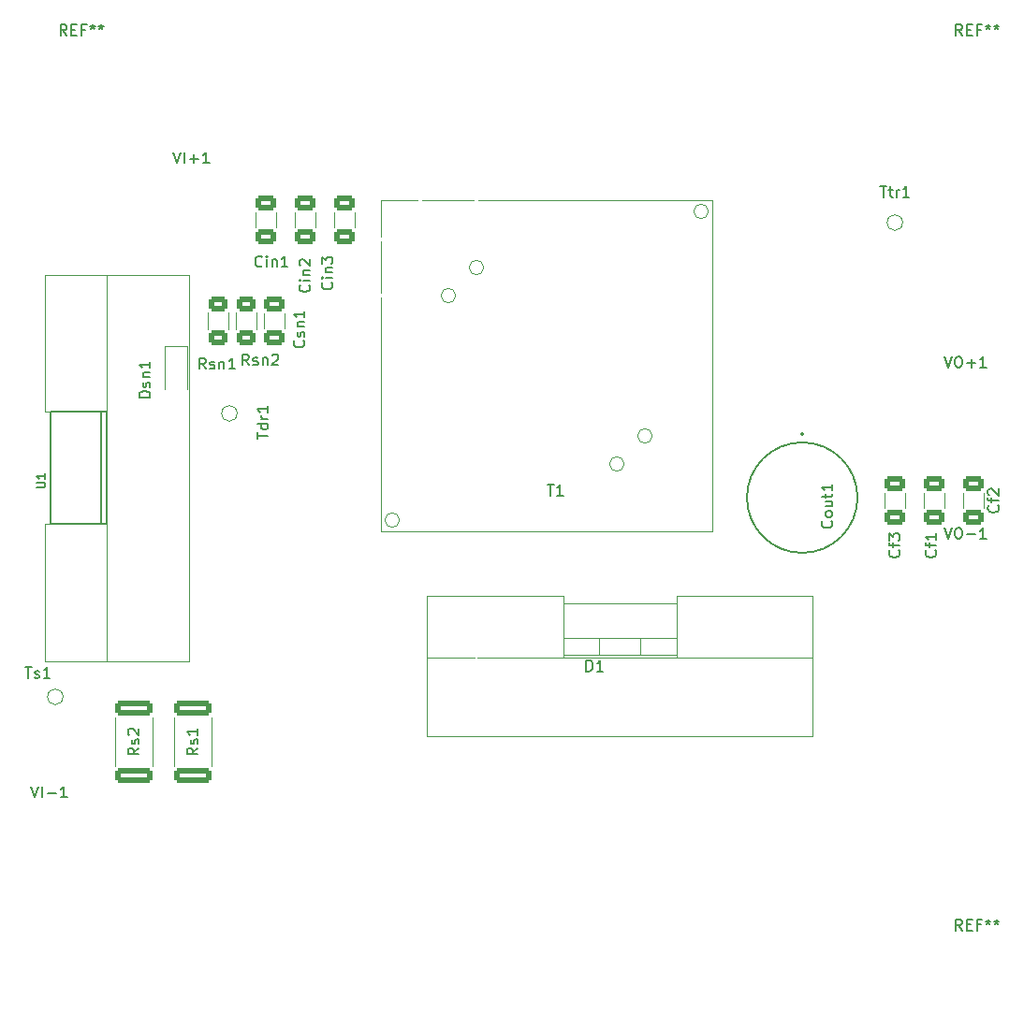
<source format=gto>
G04 #@! TF.GenerationSoftware,KiCad,Pcbnew,(6.0.11)*
G04 #@! TF.CreationDate,2023-06-15T16:04:14+03:00*
G04 #@! TF.ProjectId,flyback_48V_48W,666c7962-6163-46b5-9f34-38565f343857,rev?*
G04 #@! TF.SameCoordinates,Original*
G04 #@! TF.FileFunction,Legend,Top*
G04 #@! TF.FilePolarity,Positive*
%FSLAX46Y46*%
G04 Gerber Fmt 4.6, Leading zero omitted, Abs format (unit mm)*
G04 Created by KiCad (PCBNEW (6.0.11)) date 2023-06-15 16:04:14*
%MOMM*%
%LPD*%
G01*
G04 APERTURE LIST*
G04 Aperture macros list*
%AMRoundRect*
0 Rectangle with rounded corners*
0 $1 Rounding radius*
0 $2 $3 $4 $5 $6 $7 $8 $9 X,Y pos of 4 corners*
0 Add a 4 corners polygon primitive as box body*
4,1,4,$2,$3,$4,$5,$6,$7,$8,$9,$2,$3,0*
0 Add four circle primitives for the rounded corners*
1,1,$1+$1,$2,$3*
1,1,$1+$1,$4,$5*
1,1,$1+$1,$6,$7*
1,1,$1+$1,$8,$9*
0 Add four rect primitives between the rounded corners*
20,1,$1+$1,$2,$3,$4,$5,0*
20,1,$1+$1,$4,$5,$6,$7,0*
20,1,$1+$1,$6,$7,$8,$9,0*
20,1,$1+$1,$8,$9,$2,$3,0*%
G04 Aperture macros list end*
%ADD10C,0.150000*%
%ADD11C,0.120000*%
%ADD12C,0.127000*%
%ADD13C,0.200000*%
%ADD14R,2.000000X2.000000*%
%ADD15O,2.000000X2.000000*%
%ADD16C,7.500000*%
%ADD17C,4.700000*%
%ADD18O,3.048000X1.524000*%
%ADD19C,4.300000*%
%ADD20RoundRect,0.250000X-0.625000X0.400000X-0.625000X-0.400000X0.625000X-0.400000X0.625000X0.400000X0*%
%ADD21RoundRect,0.249999X-1.425001X0.450001X-1.425001X-0.450001X1.425001X-0.450001X1.425001X0.450001X0*%
%ADD22R,1.200000X1.200000*%
%ADD23C,1.200000*%
%ADD24R,1.200000X0.900000*%
%ADD25RoundRect,0.250000X-0.650000X0.412500X-0.650000X-0.412500X0.650000X-0.412500X0.650000X0.412500X0*%
%ADD26C,2.000000*%
%ADD27C,1.000000*%
G04 APERTURE END LIST*
D10*
X151661904Y-77692880D02*
X151661904Y-76692880D01*
X151900000Y-76692880D01*
X152042857Y-76740500D01*
X152138095Y-76835738D01*
X152185714Y-76930976D01*
X152233333Y-77121452D01*
X152233333Y-77264309D01*
X152185714Y-77454785D01*
X152138095Y-77550023D01*
X152042857Y-77645261D01*
X151900000Y-77692880D01*
X151661904Y-77692880D01*
X153185714Y-77692880D02*
X152614285Y-77692880D01*
X152900000Y-77692880D02*
X152900000Y-76692880D01*
X152804761Y-76835738D01*
X152709523Y-76930976D01*
X152614285Y-76978595D01*
X101457333Y-88098380D02*
X101790666Y-89098380D01*
X102124000Y-88098380D01*
X102457333Y-89098380D02*
X102457333Y-88098380D01*
X102933523Y-88717428D02*
X103695428Y-88717428D01*
X104695428Y-89098380D02*
X104124000Y-89098380D01*
X104409714Y-89098380D02*
X104409714Y-88098380D01*
X104314476Y-88241238D01*
X104219238Y-88336476D01*
X104124000Y-88384095D01*
X101930803Y-61051925D02*
X102568224Y-61051925D01*
X102643215Y-61014430D01*
X102680710Y-60976934D01*
X102718205Y-60901944D01*
X102718205Y-60751962D01*
X102680710Y-60676972D01*
X102643215Y-60639476D01*
X102568224Y-60601981D01*
X101930803Y-60601981D01*
X102718205Y-59814579D02*
X102718205Y-60264523D01*
X102718205Y-60039551D02*
X101930803Y-60039551D01*
X102043289Y-60114542D01*
X102118280Y-60189532D01*
X102155775Y-60264523D01*
X185666666Y-101152380D02*
X185333333Y-100676190D01*
X185095238Y-101152380D02*
X185095238Y-100152380D01*
X185476190Y-100152380D01*
X185571428Y-100200000D01*
X185619047Y-100247619D01*
X185666666Y-100342857D01*
X185666666Y-100485714D01*
X185619047Y-100580952D01*
X185571428Y-100628571D01*
X185476190Y-100676190D01*
X185095238Y-100676190D01*
X186095238Y-100628571D02*
X186428571Y-100628571D01*
X186571428Y-101152380D02*
X186095238Y-101152380D01*
X186095238Y-100152380D01*
X186571428Y-100152380D01*
X187333333Y-100628571D02*
X187000000Y-100628571D01*
X187000000Y-101152380D02*
X187000000Y-100152380D01*
X187476190Y-100152380D01*
X188000000Y-100152380D02*
X188000000Y-100390476D01*
X187761904Y-100295238D02*
X188000000Y-100390476D01*
X188238095Y-100295238D01*
X187857142Y-100580952D02*
X188000000Y-100390476D01*
X188142857Y-100580952D01*
X188761904Y-100152380D02*
X188761904Y-100390476D01*
X188523809Y-100295238D02*
X188761904Y-100390476D01*
X189000000Y-100295238D01*
X188619047Y-100580952D02*
X188761904Y-100390476D01*
X188904761Y-100580952D01*
X121150190Y-49982380D02*
X120816857Y-49506190D01*
X120578761Y-49982380D02*
X120578761Y-48982380D01*
X120959714Y-48982380D01*
X121054952Y-49030000D01*
X121102571Y-49077619D01*
X121150190Y-49172857D01*
X121150190Y-49315714D01*
X121102571Y-49410952D01*
X121054952Y-49458571D01*
X120959714Y-49506190D01*
X120578761Y-49506190D01*
X121531142Y-49934761D02*
X121626380Y-49982380D01*
X121816857Y-49982380D01*
X121912095Y-49934761D01*
X121959714Y-49839523D01*
X121959714Y-49791904D01*
X121912095Y-49696666D01*
X121816857Y-49649047D01*
X121674000Y-49649047D01*
X121578761Y-49601428D01*
X121531142Y-49506190D01*
X121531142Y-49458571D01*
X121578761Y-49363333D01*
X121674000Y-49315714D01*
X121816857Y-49315714D01*
X121912095Y-49363333D01*
X122388285Y-49315714D02*
X122388285Y-49982380D01*
X122388285Y-49410952D02*
X122435904Y-49363333D01*
X122531142Y-49315714D01*
X122674000Y-49315714D01*
X122769238Y-49363333D01*
X122816857Y-49458571D01*
X122816857Y-49982380D01*
X123245428Y-49077619D02*
X123293047Y-49030000D01*
X123388285Y-48982380D01*
X123626380Y-48982380D01*
X123721619Y-49030000D01*
X123769238Y-49077619D01*
X123816857Y-49172857D01*
X123816857Y-49268095D01*
X123769238Y-49410952D01*
X123197809Y-49982380D01*
X123816857Y-49982380D01*
X184047619Y-49202380D02*
X184380952Y-50202380D01*
X184714285Y-49202380D01*
X185238095Y-49202380D02*
X185428571Y-49202380D01*
X185523809Y-49250000D01*
X185619047Y-49345238D01*
X185666666Y-49535714D01*
X185666666Y-49869047D01*
X185619047Y-50059523D01*
X185523809Y-50154761D01*
X185428571Y-50202380D01*
X185238095Y-50202380D01*
X185142857Y-50154761D01*
X185047619Y-50059523D01*
X185000000Y-49869047D01*
X185000000Y-49535714D01*
X185047619Y-49345238D01*
X185142857Y-49250000D01*
X185238095Y-49202380D01*
X186095238Y-49821428D02*
X186857142Y-49821428D01*
X186476190Y-50202380D02*
X186476190Y-49440476D01*
X187857142Y-50202380D02*
X187285714Y-50202380D01*
X187571428Y-50202380D02*
X187571428Y-49202380D01*
X187476190Y-49345238D01*
X187380952Y-49440476D01*
X187285714Y-49488095D01*
X116530380Y-84645428D02*
X116054190Y-84978761D01*
X116530380Y-85216857D02*
X115530380Y-85216857D01*
X115530380Y-84835904D01*
X115578000Y-84740666D01*
X115625619Y-84693047D01*
X115720857Y-84645428D01*
X115863714Y-84645428D01*
X115958952Y-84693047D01*
X116006571Y-84740666D01*
X116054190Y-84835904D01*
X116054190Y-85216857D01*
X116482761Y-84264476D02*
X116530380Y-84169238D01*
X116530380Y-83978761D01*
X116482761Y-83883523D01*
X116387523Y-83835904D01*
X116339904Y-83835904D01*
X116244666Y-83883523D01*
X116197047Y-83978761D01*
X116197047Y-84121619D01*
X116149428Y-84216857D01*
X116054190Y-84264476D01*
X116006571Y-84264476D01*
X115911333Y-84216857D01*
X115863714Y-84121619D01*
X115863714Y-83978761D01*
X115911333Y-83883523D01*
X116530380Y-82883523D02*
X116530380Y-83454952D01*
X116530380Y-83169238D02*
X115530380Y-83169238D01*
X115673238Y-83264476D01*
X115768476Y-83359714D01*
X115816095Y-83454952D01*
X117242190Y-50326380D02*
X116908857Y-49850190D01*
X116670761Y-50326380D02*
X116670761Y-49326380D01*
X117051714Y-49326380D01*
X117146952Y-49374000D01*
X117194571Y-49421619D01*
X117242190Y-49516857D01*
X117242190Y-49659714D01*
X117194571Y-49754952D01*
X117146952Y-49802571D01*
X117051714Y-49850190D01*
X116670761Y-49850190D01*
X117623142Y-50278761D02*
X117718380Y-50326380D01*
X117908857Y-50326380D01*
X118004095Y-50278761D01*
X118051714Y-50183523D01*
X118051714Y-50135904D01*
X118004095Y-50040666D01*
X117908857Y-49993047D01*
X117766000Y-49993047D01*
X117670761Y-49945428D01*
X117623142Y-49850190D01*
X117623142Y-49802571D01*
X117670761Y-49707333D01*
X117766000Y-49659714D01*
X117908857Y-49659714D01*
X118004095Y-49707333D01*
X118480285Y-49659714D02*
X118480285Y-50326380D01*
X118480285Y-49754952D02*
X118527904Y-49707333D01*
X118623142Y-49659714D01*
X118766000Y-49659714D01*
X118861238Y-49707333D01*
X118908857Y-49802571D01*
X118908857Y-50326380D01*
X119908857Y-50326380D02*
X119337428Y-50326380D01*
X119623142Y-50326380D02*
X119623142Y-49326380D01*
X119527904Y-49469238D01*
X119432666Y-49564476D01*
X119337428Y-49612095D01*
X185666666Y-20152380D02*
X185333333Y-19676190D01*
X185095238Y-20152380D02*
X185095238Y-19152380D01*
X185476190Y-19152380D01*
X185571428Y-19200000D01*
X185619047Y-19247619D01*
X185666666Y-19342857D01*
X185666666Y-19485714D01*
X185619047Y-19580952D01*
X185571428Y-19628571D01*
X185476190Y-19676190D01*
X185095238Y-19676190D01*
X186095238Y-19628571D02*
X186428571Y-19628571D01*
X186571428Y-20152380D02*
X186095238Y-20152380D01*
X186095238Y-19152380D01*
X186571428Y-19152380D01*
X187333333Y-19628571D02*
X187000000Y-19628571D01*
X187000000Y-20152380D02*
X187000000Y-19152380D01*
X187476190Y-19152380D01*
X188000000Y-19152380D02*
X188000000Y-19390476D01*
X187761904Y-19295238D02*
X188000000Y-19390476D01*
X188238095Y-19295238D01*
X187857142Y-19580952D02*
X188000000Y-19390476D01*
X188142857Y-19580952D01*
X188761904Y-19152380D02*
X188761904Y-19390476D01*
X188523809Y-19295238D02*
X188761904Y-19390476D01*
X189000000Y-19295238D01*
X188619047Y-19580952D02*
X188761904Y-19390476D01*
X188904761Y-19580952D01*
X173839142Y-64095142D02*
X173886761Y-64142761D01*
X173934380Y-64285619D01*
X173934380Y-64380857D01*
X173886761Y-64523714D01*
X173791523Y-64618952D01*
X173696285Y-64666571D01*
X173505809Y-64714190D01*
X173362952Y-64714190D01*
X173172476Y-64666571D01*
X173077238Y-64618952D01*
X172982000Y-64523714D01*
X172934380Y-64380857D01*
X172934380Y-64285619D01*
X172982000Y-64142761D01*
X173029619Y-64095142D01*
X173934380Y-63523714D02*
X173886761Y-63618952D01*
X173839142Y-63666571D01*
X173743904Y-63714190D01*
X173458190Y-63714190D01*
X173362952Y-63666571D01*
X173315333Y-63618952D01*
X173267714Y-63523714D01*
X173267714Y-63380857D01*
X173315333Y-63285619D01*
X173362952Y-63238000D01*
X173458190Y-63190380D01*
X173743904Y-63190380D01*
X173839142Y-63238000D01*
X173886761Y-63285619D01*
X173934380Y-63380857D01*
X173934380Y-63523714D01*
X173267714Y-62333238D02*
X173934380Y-62333238D01*
X173267714Y-62761809D02*
X173791523Y-62761809D01*
X173886761Y-62714190D01*
X173934380Y-62618952D01*
X173934380Y-62476095D01*
X173886761Y-62380857D01*
X173839142Y-62333238D01*
X173267714Y-61999904D02*
X173267714Y-61618952D01*
X172934380Y-61857047D02*
X173791523Y-61857047D01*
X173886761Y-61809428D01*
X173934380Y-61714190D01*
X173934380Y-61618952D01*
X173934380Y-60761809D02*
X173934380Y-61333238D01*
X173934380Y-61047523D02*
X172934380Y-61047523D01*
X173077238Y-61142761D01*
X173172476Y-61238000D01*
X173220095Y-61333238D01*
X112212380Y-52903238D02*
X111212380Y-52903238D01*
X111212380Y-52665142D01*
X111260000Y-52522285D01*
X111355238Y-52427047D01*
X111450476Y-52379428D01*
X111640952Y-52331809D01*
X111783809Y-52331809D01*
X111974285Y-52379428D01*
X112069523Y-52427047D01*
X112164761Y-52522285D01*
X112212380Y-52665142D01*
X112212380Y-52903238D01*
X112164761Y-51950857D02*
X112212380Y-51855619D01*
X112212380Y-51665142D01*
X112164761Y-51569904D01*
X112069523Y-51522285D01*
X112021904Y-51522285D01*
X111926666Y-51569904D01*
X111879047Y-51665142D01*
X111879047Y-51808000D01*
X111831428Y-51903238D01*
X111736190Y-51950857D01*
X111688571Y-51950857D01*
X111593333Y-51903238D01*
X111545714Y-51808000D01*
X111545714Y-51665142D01*
X111593333Y-51569904D01*
X111545714Y-51093714D02*
X112212380Y-51093714D01*
X111640952Y-51093714D02*
X111593333Y-51046095D01*
X111545714Y-50950857D01*
X111545714Y-50808000D01*
X111593333Y-50712761D01*
X111688571Y-50665142D01*
X112212380Y-50665142D01*
X112212380Y-49665142D02*
X112212380Y-50236571D01*
X112212380Y-49950857D02*
X111212380Y-49950857D01*
X111355238Y-50046095D01*
X111450476Y-50141333D01*
X111498095Y-50236571D01*
X126087142Y-47759809D02*
X126134761Y-47807428D01*
X126182380Y-47950285D01*
X126182380Y-48045523D01*
X126134761Y-48188380D01*
X126039523Y-48283619D01*
X125944285Y-48331238D01*
X125753809Y-48378857D01*
X125610952Y-48378857D01*
X125420476Y-48331238D01*
X125325238Y-48283619D01*
X125230000Y-48188380D01*
X125182380Y-48045523D01*
X125182380Y-47950285D01*
X125230000Y-47807428D01*
X125277619Y-47759809D01*
X126134761Y-47378857D02*
X126182380Y-47283619D01*
X126182380Y-47093142D01*
X126134761Y-46997904D01*
X126039523Y-46950285D01*
X125991904Y-46950285D01*
X125896666Y-46997904D01*
X125849047Y-47093142D01*
X125849047Y-47236000D01*
X125801428Y-47331238D01*
X125706190Y-47378857D01*
X125658571Y-47378857D01*
X125563333Y-47331238D01*
X125515714Y-47236000D01*
X125515714Y-47093142D01*
X125563333Y-46997904D01*
X125515714Y-46521714D02*
X126182380Y-46521714D01*
X125610952Y-46521714D02*
X125563333Y-46474095D01*
X125515714Y-46378857D01*
X125515714Y-46236000D01*
X125563333Y-46140761D01*
X125658571Y-46093142D01*
X126182380Y-46093142D01*
X126182380Y-45093142D02*
X126182380Y-45664571D01*
X126182380Y-45378857D02*
X125182380Y-45378857D01*
X125325238Y-45474095D01*
X125420476Y-45569333D01*
X125468095Y-45664571D01*
X104666666Y-106452380D02*
X104333333Y-105976190D01*
X104095238Y-106452380D02*
X104095238Y-105452380D01*
X104476190Y-105452380D01*
X104571428Y-105500000D01*
X104619047Y-105547619D01*
X104666666Y-105642857D01*
X104666666Y-105785714D01*
X104619047Y-105880952D01*
X104571428Y-105928571D01*
X104476190Y-105976190D01*
X104095238Y-105976190D01*
X105095238Y-105928571D02*
X105428571Y-105928571D01*
X105571428Y-106452380D02*
X105095238Y-106452380D01*
X105095238Y-105452380D01*
X105571428Y-105452380D01*
X106333333Y-105928571D02*
X106000000Y-105928571D01*
X106000000Y-106452380D02*
X106000000Y-105452380D01*
X106476190Y-105452380D01*
X107000000Y-105452380D02*
X107000000Y-105690476D01*
X106761904Y-105595238D02*
X107000000Y-105690476D01*
X107238095Y-105595238D01*
X106857142Y-105880952D02*
X107000000Y-105690476D01*
X107142857Y-105880952D01*
X107761904Y-105452380D02*
X107761904Y-105690476D01*
X107523809Y-105595238D02*
X107761904Y-105690476D01*
X108000000Y-105595238D01*
X107619047Y-105880952D02*
X107761904Y-105690476D01*
X107904761Y-105880952D01*
X104666666Y-20152380D02*
X104333333Y-19676190D01*
X104095238Y-20152380D02*
X104095238Y-19152380D01*
X104476190Y-19152380D01*
X104571428Y-19200000D01*
X104619047Y-19247619D01*
X104666666Y-19342857D01*
X104666666Y-19485714D01*
X104619047Y-19580952D01*
X104571428Y-19628571D01*
X104476190Y-19676190D01*
X104095238Y-19676190D01*
X105095238Y-19628571D02*
X105428571Y-19628571D01*
X105571428Y-20152380D02*
X105095238Y-20152380D01*
X105095238Y-19152380D01*
X105571428Y-19152380D01*
X106333333Y-19628571D02*
X106000000Y-19628571D01*
X106000000Y-20152380D02*
X106000000Y-19152380D01*
X106476190Y-19152380D01*
X107000000Y-19152380D02*
X107000000Y-19390476D01*
X106761904Y-19295238D02*
X107000000Y-19390476D01*
X107238095Y-19295238D01*
X106857142Y-19580952D02*
X107000000Y-19390476D01*
X107142857Y-19580952D01*
X107761904Y-19152380D02*
X107761904Y-19390476D01*
X107523809Y-19295238D02*
X107761904Y-19390476D01*
X108000000Y-19295238D01*
X107619047Y-19580952D02*
X107761904Y-19390476D01*
X107904761Y-19580952D01*
X148148095Y-60802380D02*
X148719523Y-60802380D01*
X148433809Y-61802380D02*
X148433809Y-60802380D01*
X149576666Y-61802380D02*
X149005238Y-61802380D01*
X149290952Y-61802380D02*
X149290952Y-60802380D01*
X149195714Y-60945238D01*
X149100476Y-61040476D01*
X149005238Y-61088095D01*
X126595142Y-42728642D02*
X126642761Y-42776261D01*
X126690380Y-42919119D01*
X126690380Y-43014357D01*
X126642761Y-43157214D01*
X126547523Y-43252452D01*
X126452285Y-43300071D01*
X126261809Y-43347690D01*
X126118952Y-43347690D01*
X125928476Y-43300071D01*
X125833238Y-43252452D01*
X125738000Y-43157214D01*
X125690380Y-43014357D01*
X125690380Y-42919119D01*
X125738000Y-42776261D01*
X125785619Y-42728642D01*
X126690380Y-42300071D02*
X126023714Y-42300071D01*
X125690380Y-42300071D02*
X125738000Y-42347690D01*
X125785619Y-42300071D01*
X125738000Y-42252452D01*
X125690380Y-42300071D01*
X125785619Y-42300071D01*
X126023714Y-41823880D02*
X126690380Y-41823880D01*
X126118952Y-41823880D02*
X126071333Y-41776261D01*
X126023714Y-41681023D01*
X126023714Y-41538166D01*
X126071333Y-41442928D01*
X126166571Y-41395309D01*
X126690380Y-41395309D01*
X125785619Y-40966738D02*
X125738000Y-40919119D01*
X125690380Y-40823880D01*
X125690380Y-40585785D01*
X125738000Y-40490547D01*
X125785619Y-40442928D01*
X125880857Y-40395309D01*
X125976095Y-40395309D01*
X126118952Y-40442928D01*
X126690380Y-41014357D01*
X126690380Y-40395309D01*
X188897142Y-62682380D02*
X188944761Y-62730000D01*
X188992380Y-62872857D01*
X188992380Y-62968095D01*
X188944761Y-63110952D01*
X188849523Y-63206190D01*
X188754285Y-63253809D01*
X188563809Y-63301428D01*
X188420952Y-63301428D01*
X188230476Y-63253809D01*
X188135238Y-63206190D01*
X188040000Y-63110952D01*
X187992380Y-62968095D01*
X187992380Y-62872857D01*
X188040000Y-62730000D01*
X188087619Y-62682380D01*
X188325714Y-62396666D02*
X188325714Y-62015714D01*
X188992380Y-62253809D02*
X188135238Y-62253809D01*
X188040000Y-62206190D01*
X187992380Y-62110952D01*
X187992380Y-62015714D01*
X188087619Y-61730000D02*
X188040000Y-61682380D01*
X187992380Y-61587142D01*
X187992380Y-61349047D01*
X188040000Y-61253809D01*
X188087619Y-61206190D01*
X188182857Y-61158571D01*
X188278095Y-61158571D01*
X188420952Y-61206190D01*
X188992380Y-61777619D01*
X188992380Y-61158571D01*
X179935142Y-66746380D02*
X179982761Y-66794000D01*
X180030380Y-66936857D01*
X180030380Y-67032095D01*
X179982761Y-67174952D01*
X179887523Y-67270190D01*
X179792285Y-67317809D01*
X179601809Y-67365428D01*
X179458952Y-67365428D01*
X179268476Y-67317809D01*
X179173238Y-67270190D01*
X179078000Y-67174952D01*
X179030380Y-67032095D01*
X179030380Y-66936857D01*
X179078000Y-66794000D01*
X179125619Y-66746380D01*
X179363714Y-66460666D02*
X179363714Y-66079714D01*
X180030380Y-66317809D02*
X179173238Y-66317809D01*
X179078000Y-66270190D01*
X179030380Y-66174952D01*
X179030380Y-66079714D01*
X179030380Y-65841619D02*
X179030380Y-65222571D01*
X179411333Y-65555904D01*
X179411333Y-65413047D01*
X179458952Y-65317809D01*
X179506571Y-65270190D01*
X179601809Y-65222571D01*
X179839904Y-65222571D01*
X179935142Y-65270190D01*
X179982761Y-65317809D01*
X180030380Y-65413047D01*
X180030380Y-65698761D01*
X179982761Y-65794000D01*
X179935142Y-65841619D01*
X184047619Y-64702380D02*
X184380952Y-65702380D01*
X184714285Y-64702380D01*
X185238095Y-64702380D02*
X185428571Y-64702380D01*
X185523809Y-64750000D01*
X185619047Y-64845238D01*
X185666666Y-65035714D01*
X185666666Y-65369047D01*
X185619047Y-65559523D01*
X185523809Y-65654761D01*
X185428571Y-65702380D01*
X185238095Y-65702380D01*
X185142857Y-65654761D01*
X185047619Y-65559523D01*
X185000000Y-65369047D01*
X185000000Y-65035714D01*
X185047619Y-64845238D01*
X185142857Y-64750000D01*
X185238095Y-64702380D01*
X186095238Y-65321428D02*
X186857142Y-65321428D01*
X187857142Y-65702380D02*
X187285714Y-65702380D01*
X187571428Y-65702380D02*
X187571428Y-64702380D01*
X187476190Y-64845238D01*
X187380952Y-64940476D01*
X187285714Y-64988095D01*
X100915333Y-77312380D02*
X101486761Y-77312380D01*
X101201047Y-78312380D02*
X101201047Y-77312380D01*
X101772476Y-78264761D02*
X101867714Y-78312380D01*
X102058190Y-78312380D01*
X102153428Y-78264761D01*
X102201047Y-78169523D01*
X102201047Y-78121904D01*
X102153428Y-78026666D01*
X102058190Y-77979047D01*
X101915333Y-77979047D01*
X101820095Y-77931428D01*
X101772476Y-77836190D01*
X101772476Y-77788571D01*
X101820095Y-77693333D01*
X101915333Y-77645714D01*
X102058190Y-77645714D01*
X102153428Y-77693333D01*
X103153428Y-78312380D02*
X102582000Y-78312380D01*
X102867714Y-78312380D02*
X102867714Y-77312380D01*
X102772476Y-77455238D01*
X102677238Y-77550476D01*
X102582000Y-77598095D01*
X183237142Y-66746380D02*
X183284761Y-66794000D01*
X183332380Y-66936857D01*
X183332380Y-67032095D01*
X183284761Y-67174952D01*
X183189523Y-67270190D01*
X183094285Y-67317809D01*
X182903809Y-67365428D01*
X182760952Y-67365428D01*
X182570476Y-67317809D01*
X182475238Y-67270190D01*
X182380000Y-67174952D01*
X182332380Y-67032095D01*
X182332380Y-66936857D01*
X182380000Y-66794000D01*
X182427619Y-66746380D01*
X182665714Y-66460666D02*
X182665714Y-66079714D01*
X183332380Y-66317809D02*
X182475238Y-66317809D01*
X182380000Y-66270190D01*
X182332380Y-66174952D01*
X182332380Y-66079714D01*
X183332380Y-65222571D02*
X183332380Y-65794000D01*
X183332380Y-65508285D02*
X182332380Y-65508285D01*
X182475238Y-65603523D01*
X182570476Y-65698761D01*
X182618095Y-65794000D01*
X111196380Y-84645428D02*
X110720190Y-84978761D01*
X111196380Y-85216857D02*
X110196380Y-85216857D01*
X110196380Y-84835904D01*
X110244000Y-84740666D01*
X110291619Y-84693047D01*
X110386857Y-84645428D01*
X110529714Y-84645428D01*
X110624952Y-84693047D01*
X110672571Y-84740666D01*
X110720190Y-84835904D01*
X110720190Y-85216857D01*
X111148761Y-84264476D02*
X111196380Y-84169238D01*
X111196380Y-83978761D01*
X111148761Y-83883523D01*
X111053523Y-83835904D01*
X111005904Y-83835904D01*
X110910666Y-83883523D01*
X110863047Y-83978761D01*
X110863047Y-84121619D01*
X110815428Y-84216857D01*
X110720190Y-84264476D01*
X110672571Y-84264476D01*
X110577333Y-84216857D01*
X110529714Y-84121619D01*
X110529714Y-83978761D01*
X110577333Y-83883523D01*
X110291619Y-83454952D02*
X110244000Y-83407333D01*
X110196380Y-83312095D01*
X110196380Y-83074000D01*
X110244000Y-82978761D01*
X110291619Y-82931142D01*
X110386857Y-82883523D01*
X110482095Y-82883523D01*
X110624952Y-82931142D01*
X111196380Y-83502571D01*
X111196380Y-82883523D01*
X178252857Y-33768380D02*
X178824285Y-33768380D01*
X178538571Y-34768380D02*
X178538571Y-33768380D01*
X179014761Y-34101714D02*
X179395714Y-34101714D01*
X179157619Y-33768380D02*
X179157619Y-34625523D01*
X179205238Y-34720761D01*
X179300476Y-34768380D01*
X179395714Y-34768380D01*
X179729047Y-34768380D02*
X179729047Y-34101714D01*
X179729047Y-34292190D02*
X179776666Y-34196952D01*
X179824285Y-34149333D01*
X179919523Y-34101714D01*
X180014761Y-34101714D01*
X180871904Y-34768380D02*
X180300476Y-34768380D01*
X180586190Y-34768380D02*
X180586190Y-33768380D01*
X180490952Y-33911238D01*
X180395714Y-34006476D01*
X180300476Y-34054095D01*
X121880380Y-56641809D02*
X121880380Y-56070380D01*
X122880380Y-56356095D02*
X121880380Y-56356095D01*
X122880380Y-55308476D02*
X121880380Y-55308476D01*
X122832761Y-55308476D02*
X122880380Y-55403714D01*
X122880380Y-55594190D01*
X122832761Y-55689428D01*
X122785142Y-55737047D01*
X122689904Y-55784666D01*
X122404190Y-55784666D01*
X122308952Y-55737047D01*
X122261333Y-55689428D01*
X122213714Y-55594190D01*
X122213714Y-55403714D01*
X122261333Y-55308476D01*
X122880380Y-54832285D02*
X122213714Y-54832285D01*
X122404190Y-54832285D02*
X122308952Y-54784666D01*
X122261333Y-54737047D01*
X122213714Y-54641809D01*
X122213714Y-54546571D01*
X122880380Y-53689428D02*
X122880380Y-54260857D01*
X122880380Y-53975142D02*
X121880380Y-53975142D01*
X122023238Y-54070380D01*
X122118476Y-54165619D01*
X122166095Y-54260857D01*
X114333333Y-30702380D02*
X114666666Y-31702380D01*
X115000000Y-30702380D01*
X115333333Y-31702380D02*
X115333333Y-30702380D01*
X115809523Y-31321428D02*
X116571428Y-31321428D01*
X116190476Y-31702380D02*
X116190476Y-30940476D01*
X117571428Y-31702380D02*
X117000000Y-31702380D01*
X117285714Y-31702380D02*
X117285714Y-30702380D01*
X117190476Y-30845238D01*
X117095238Y-30940476D01*
X117000000Y-30988095D01*
X122332857Y-40997142D02*
X122285238Y-41044761D01*
X122142380Y-41092380D01*
X122047142Y-41092380D01*
X121904285Y-41044761D01*
X121809047Y-40949523D01*
X121761428Y-40854285D01*
X121713809Y-40663809D01*
X121713809Y-40520952D01*
X121761428Y-40330476D01*
X121809047Y-40235238D01*
X121904285Y-40140000D01*
X122047142Y-40092380D01*
X122142380Y-40092380D01*
X122285238Y-40140000D01*
X122332857Y-40187619D01*
X122761428Y-41092380D02*
X122761428Y-40425714D01*
X122761428Y-40092380D02*
X122713809Y-40140000D01*
X122761428Y-40187619D01*
X122809047Y-40140000D01*
X122761428Y-40092380D01*
X122761428Y-40187619D01*
X123237619Y-40425714D02*
X123237619Y-41092380D01*
X123237619Y-40520952D02*
X123285238Y-40473333D01*
X123380476Y-40425714D01*
X123523333Y-40425714D01*
X123618571Y-40473333D01*
X123666190Y-40568571D01*
X123666190Y-41092380D01*
X124666190Y-41092380D02*
X124094761Y-41092380D01*
X124380476Y-41092380D02*
X124380476Y-40092380D01*
X124285238Y-40235238D01*
X124190000Y-40330476D01*
X124094761Y-40378095D01*
X128627142Y-42513142D02*
X128674761Y-42560761D01*
X128722380Y-42703619D01*
X128722380Y-42798857D01*
X128674761Y-42941714D01*
X128579523Y-43036952D01*
X128484285Y-43084571D01*
X128293809Y-43132190D01*
X128150952Y-43132190D01*
X127960476Y-43084571D01*
X127865238Y-43036952D01*
X127770000Y-42941714D01*
X127722380Y-42798857D01*
X127722380Y-42703619D01*
X127770000Y-42560761D01*
X127817619Y-42513142D01*
X128722380Y-42084571D02*
X128055714Y-42084571D01*
X127722380Y-42084571D02*
X127770000Y-42132190D01*
X127817619Y-42084571D01*
X127770000Y-42036952D01*
X127722380Y-42084571D01*
X127817619Y-42084571D01*
X128055714Y-41608380D02*
X128722380Y-41608380D01*
X128150952Y-41608380D02*
X128103333Y-41560761D01*
X128055714Y-41465523D01*
X128055714Y-41322666D01*
X128103333Y-41227428D01*
X128198571Y-41179809D01*
X128722380Y-41179809D01*
X127722380Y-40798857D02*
X127722380Y-40179809D01*
X128103333Y-40513142D01*
X128103333Y-40370285D01*
X128150952Y-40275047D01*
X128198571Y-40227428D01*
X128293809Y-40179809D01*
X128531904Y-40179809D01*
X128627142Y-40227428D01*
X128674761Y-40275047D01*
X128722380Y-40370285D01*
X128722380Y-40656000D01*
X128674761Y-40751238D01*
X128627142Y-40798857D01*
D11*
X159806000Y-74690000D02*
X149566000Y-74690000D01*
X159806000Y-76200000D02*
X149566000Y-76200000D01*
X156536000Y-76200000D02*
X156536000Y-74690000D01*
X149566000Y-76200000D02*
X149566000Y-71559000D01*
X159806000Y-71559000D02*
X149566000Y-71559000D01*
X152835000Y-76200000D02*
X152835000Y-74690000D01*
X159806000Y-76200000D02*
X159806000Y-71559000D01*
X172146000Y-83593000D02*
X137226000Y-83593000D01*
X137226000Y-83593000D02*
X137226000Y-76454000D01*
X137226000Y-76454000D02*
X172146000Y-76454000D01*
X172146000Y-76454000D02*
X172146000Y-83593000D01*
X137226000Y-76454000D02*
X149606000Y-76454000D01*
X149606000Y-76454000D02*
X149606000Y-70888000D01*
X149606000Y-70888000D02*
X137226000Y-70888000D01*
X137226000Y-70888000D02*
X137226000Y-76454000D01*
X172146000Y-76454000D02*
X159806000Y-76454000D01*
X159806000Y-76454000D02*
X159806000Y-70888000D01*
X159806000Y-70888000D02*
X172146000Y-70888000D01*
X172146000Y-70888000D02*
X172146000Y-76454000D01*
D12*
X107757000Y-54220000D02*
X108265000Y-54220000D01*
X108265000Y-64380000D02*
X107757000Y-64380000D01*
X103185000Y-54220000D02*
X107757000Y-54220000D01*
X108265000Y-54220000D02*
X108265000Y-64380000D01*
X107757000Y-64380000D02*
X103185000Y-64380000D01*
X107757000Y-54220000D02*
X107757000Y-64380000D01*
X103185000Y-64380000D02*
X103185000Y-54220000D01*
D11*
X108265000Y-41840000D02*
X115725000Y-41840000D01*
X115725000Y-41840000D02*
X115725000Y-76760000D01*
X115725000Y-76760000D02*
X108265000Y-76760000D01*
X108265000Y-76760000D02*
X108265000Y-41840000D01*
X108265000Y-64380000D02*
X102675000Y-64380000D01*
X102675000Y-64380000D02*
X102675000Y-76760000D01*
X102675000Y-76760000D02*
X108265000Y-76760000D01*
X108265000Y-76760000D02*
X108265000Y-64380000D01*
X108265000Y-41840000D02*
X102675000Y-41840000D01*
X102675000Y-41840000D02*
X102675000Y-54220000D01*
X102675000Y-54220000D02*
X108265000Y-54220000D01*
X108265000Y-54220000D02*
X108265000Y-41840000D01*
X119994000Y-45246936D02*
X119994000Y-46701064D01*
X121814000Y-45246936D02*
X121814000Y-46701064D01*
X114368000Y-81896936D02*
X114368000Y-86251064D01*
X117788000Y-81896936D02*
X117788000Y-86251064D01*
X117454000Y-45246936D02*
X117454000Y-46701064D01*
X119274000Y-45246936D02*
X119274000Y-46701064D01*
D13*
X171296000Y-56226000D02*
G75*
G03*
X171296000Y-56226000I-100000J0D01*
G01*
D12*
X176196000Y-61976000D02*
G75*
G03*
X176196000Y-61976000I-5000000J0D01*
G01*
D11*
X115554000Y-48296000D02*
X115554000Y-52196000D01*
X113554000Y-48296000D02*
X113554000Y-52196000D01*
X115554000Y-48296000D02*
X113554000Y-48296000D01*
X122534000Y-45262748D02*
X122534000Y-46685252D01*
X124354000Y-45262748D02*
X124354000Y-46685252D01*
X133096000Y-35052000D02*
X163068000Y-35052000D01*
X133096000Y-65024000D02*
X133096000Y-35052000D01*
X163068000Y-65024000D02*
X163068000Y-35052000D01*
X133096000Y-65024000D02*
X163068000Y-65024000D01*
X162702000Y-56388000D02*
G75*
G03*
X162702000Y-56388000I-650000J0D01*
G01*
X134762000Y-64008000D02*
G75*
G03*
X134762000Y-64008000I-650000J0D01*
G01*
X162702000Y-36068000D02*
G75*
G03*
X162702000Y-36068000I-650000J0D01*
G01*
X134762000Y-38608000D02*
G75*
G03*
X134762000Y-38608000I-650000J0D01*
G01*
X157622000Y-56388000D02*
G75*
G03*
X157622000Y-56388000I-650000J0D01*
G01*
X134762000Y-43688000D02*
G75*
G03*
X134762000Y-43688000I-650000J0D01*
G01*
X162702000Y-61468000D02*
G75*
G03*
X162702000Y-61468000I-650000J0D01*
G01*
X137302000Y-36068000D02*
G75*
G03*
X137302000Y-36068000I-650000J0D01*
G01*
X139842000Y-43688000D02*
G75*
G03*
X139842000Y-43688000I-650000J0D01*
G01*
X142382000Y-41148000D02*
G75*
G03*
X142382000Y-41148000I-650000J0D01*
G01*
X160162000Y-64008000D02*
G75*
G03*
X160162000Y-64008000I-650000J0D01*
G01*
X155082000Y-58928000D02*
G75*
G03*
X155082000Y-58928000I-650000J0D01*
G01*
X142382000Y-36068000D02*
G75*
G03*
X142382000Y-36068000I-650000J0D01*
G01*
X155082000Y-64008000D02*
G75*
G03*
X155082000Y-64008000I-650000J0D01*
G01*
X127148000Y-36118748D02*
X127148000Y-37541252D01*
X125328000Y-36118748D02*
X125328000Y-37541252D01*
X187600000Y-61518748D02*
X187600000Y-62941252D01*
X185780000Y-61518748D02*
X185780000Y-62941252D01*
X180488000Y-61518748D02*
X180488000Y-62941252D01*
X178668000Y-61518748D02*
X178668000Y-62941252D01*
X104332000Y-80010000D02*
G75*
G03*
X104332000Y-80010000I-700000J0D01*
G01*
X182224000Y-61518748D02*
X182224000Y-62941252D01*
X184044000Y-61518748D02*
X184044000Y-62941252D01*
X109034000Y-81896936D02*
X109034000Y-86251064D01*
X112454000Y-81896936D02*
X112454000Y-86251064D01*
X180278000Y-37084000D02*
G75*
G03*
X180278000Y-37084000I-700000J0D01*
G01*
X120080000Y-54356000D02*
G75*
G03*
X120080000Y-54356000I-700000J0D01*
G01*
X123592000Y-36118748D02*
X123592000Y-37541252D01*
X121772000Y-36118748D02*
X121772000Y-37541252D01*
X128884000Y-36118748D02*
X128884000Y-37541252D01*
X130704000Y-36118748D02*
X130704000Y-37541252D01*
%LPC*%
D14*
X157226000Y-72930000D03*
D15*
X152146000Y-72930000D03*
D16*
X116000000Y-94000000D03*
D17*
X116000000Y-94000000D03*
D18*
X105725000Y-59300000D03*
X105725000Y-56760000D03*
X105725000Y-61840000D03*
D19*
X187000000Y-106000000D03*
D20*
X120904000Y-44424000D03*
X120904000Y-47524000D03*
D16*
X186000000Y-54500000D03*
D17*
X186000000Y-54500000D03*
D21*
X116078000Y-81024000D03*
X116078000Y-87124000D03*
D20*
X118364000Y-44424000D03*
X118364000Y-47524000D03*
D19*
X187000000Y-25000000D03*
D22*
X171196000Y-59476000D03*
D23*
X171196000Y-64476000D03*
D24*
X114554000Y-48896000D03*
X114554000Y-52196000D03*
D25*
X123444000Y-44411500D03*
X123444000Y-47536500D03*
D19*
X106000000Y-106000000D03*
X106000000Y-25000000D03*
D26*
X136652000Y-36068000D03*
X141732000Y-36068000D03*
X134112000Y-43688000D03*
X134112000Y-38608000D03*
X154432000Y-64008000D03*
X159512000Y-64008000D03*
X162052000Y-56388000D03*
X162052000Y-61468000D03*
D25*
X126238000Y-35267500D03*
X126238000Y-38392500D03*
X186690000Y-60667500D03*
X186690000Y-63792500D03*
X179578000Y-60667500D03*
X179578000Y-63792500D03*
D17*
X186000000Y-70000000D03*
D16*
X186000000Y-70000000D03*
D27*
X103632000Y-80010000D03*
D25*
X183134000Y-60667500D03*
X183134000Y-63792500D03*
D21*
X110744000Y-81024000D03*
X110744000Y-87124000D03*
D27*
X179578000Y-37084000D03*
X119380000Y-54356000D03*
D17*
X116000000Y-36000000D03*
D16*
X116000000Y-36000000D03*
D25*
X122682000Y-35267500D03*
X122682000Y-38392500D03*
X129794000Y-35267500D03*
X129794000Y-38392500D03*
D27*
X156972000Y-87630000D03*
X141732000Y-76962000D03*
X176276000Y-82804000D03*
X156210000Y-92456000D03*
M02*

</source>
